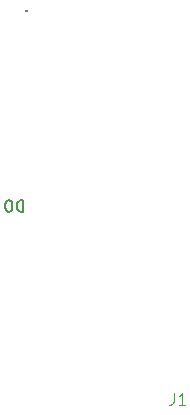
<source format=gbr>
%TF.GenerationSoftware,KiCad,Pcbnew,7.0.9*%
%TF.CreationDate,2023-11-10T10:13:10-06:00*%
%TF.ProjectId,controlSemaforicoMEga,636f6e74-726f-46c5-9365-6d61666f7269,rev?*%
%TF.SameCoordinates,PX4ef7d2aPY852b4f0*%
%TF.FileFunction,Legend,Top*%
%TF.FilePolarity,Positive*%
%FSLAX46Y46*%
G04 Gerber Fmt 4.6, Leading zero omitted, Abs format (unit mm)*
G04 Created by KiCad (PCBNEW 7.0.9) date 2023-11-10 10:13:10*
%MOMM*%
%LPD*%
G01*
G04 APERTURE LIST*
%ADD10C,0.150000*%
%ADD11C,0.100000*%
G04 APERTURE END LIST*
D10*
X41886084Y33285820D02*
X41886084Y32285820D01*
X41886084Y32285820D02*
X41647989Y32285820D01*
X41647989Y32285820D02*
X41505132Y32333439D01*
X41505132Y32333439D02*
X41409894Y32428677D01*
X41409894Y32428677D02*
X41362275Y32523915D01*
X41362275Y32523915D02*
X41314656Y32714391D01*
X41314656Y32714391D02*
X41314656Y32857248D01*
X41314656Y32857248D02*
X41362275Y33047724D01*
X41362275Y33047724D02*
X41409894Y33142962D01*
X41409894Y33142962D02*
X41505132Y33238200D01*
X41505132Y33238200D02*
X41647989Y33285820D01*
X41647989Y33285820D02*
X41886084Y33285820D01*
X40695608Y32285820D02*
X40600370Y32285820D01*
X40600370Y32285820D02*
X40505132Y32333439D01*
X40505132Y32333439D02*
X40457513Y32381058D01*
X40457513Y32381058D02*
X40409894Y32476296D01*
X40409894Y32476296D02*
X40362275Y32666772D01*
X40362275Y32666772D02*
X40362275Y32904867D01*
X40362275Y32904867D02*
X40409894Y33095343D01*
X40409894Y33095343D02*
X40457513Y33190581D01*
X40457513Y33190581D02*
X40505132Y33238200D01*
X40505132Y33238200D02*
X40600370Y33285820D01*
X40600370Y33285820D02*
X40695608Y33285820D01*
X40695608Y33285820D02*
X40790846Y33238200D01*
X40790846Y33238200D02*
X40838465Y33190581D01*
X40838465Y33190581D02*
X40886084Y33095343D01*
X40886084Y33095343D02*
X40933703Y32904867D01*
X40933703Y32904867D02*
X40933703Y32666772D01*
X40933703Y32666772D02*
X40886084Y32476296D01*
X40886084Y32476296D02*
X40838465Y32381058D01*
X40838465Y32381058D02*
X40790846Y32333439D01*
X40790846Y32333439D02*
X40695608Y32285820D01*
X42163990Y49362420D02*
X42211609Y49314800D01*
X42211609Y49314800D02*
X42163990Y49267181D01*
X42163990Y49267181D02*
X42116371Y49314800D01*
X42116371Y49314800D02*
X42163990Y49362420D01*
X42163990Y49362420D02*
X42163990Y49267181D01*
D11*
X54606661Y16982581D02*
X54606661Y16268296D01*
X54606661Y16268296D02*
X54559042Y16125439D01*
X54559042Y16125439D02*
X54463804Y16030200D01*
X54463804Y16030200D02*
X54320947Y15982581D01*
X54320947Y15982581D02*
X54225709Y15982581D01*
X55606661Y15982581D02*
X55035233Y15982581D01*
X55320947Y15982581D02*
X55320947Y16982581D01*
X55320947Y16982581D02*
X55225709Y16839724D01*
X55225709Y16839724D02*
X55130471Y16744486D01*
X55130471Y16744486D02*
X55035233Y16696867D01*
M02*

</source>
